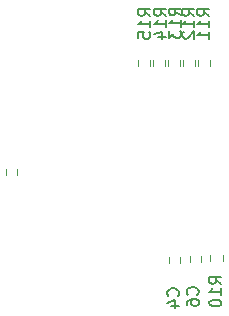
<source format=gbr>
G04 #@! TF.GenerationSoftware,KiCad,Pcbnew,(5.0.2)-1*
G04 #@! TF.CreationDate,2019-06-14T17:16:18-02:30*
G04 #@! TF.ProjectId,arduinoShield,61726475-696e-46f5-9368-69656c642e6b,rev?*
G04 #@! TF.SameCoordinates,Original*
G04 #@! TF.FileFunction,Legend,Bot*
G04 #@! TF.FilePolarity,Positive*
%FSLAX46Y46*%
G04 Gerber Fmt 4.6, Leading zero omitted, Abs format (unit mm)*
G04 Created by KiCad (PCBNEW (5.0.2)-1) date 6/14/2019 5:16:18 PM*
%MOMM*%
%LPD*%
G01*
G04 APERTURE LIST*
%ADD10C,0.120000*%
%ADD11C,0.150000*%
G04 APERTURE END LIST*
D10*
G04 #@! TO.C,C4*
X75490000Y-137728000D02*
X75490000Y-138228000D01*
X74550000Y-138228000D02*
X74550000Y-137728000D01*
G04 #@! TO.C,C6*
X76310000Y-138100000D02*
X76310000Y-137600000D01*
X77250000Y-137600000D02*
X77250000Y-138100000D01*
G04 #@! TO.C,C12*
X60770000Y-130740000D02*
X60770000Y-130240000D01*
X61710000Y-130240000D02*
X61710000Y-130740000D01*
G04 #@! TO.C,R10*
X79100000Y-137570000D02*
X79100000Y-138070000D01*
X78040000Y-138070000D02*
X78040000Y-137570000D01*
G04 #@! TO.C,R11*
X78046000Y-121010000D02*
X78046000Y-121510000D01*
X76986000Y-121510000D02*
X76986000Y-121010000D01*
G04 #@! TO.C,R12*
X75716000Y-121510000D02*
X75716000Y-121010000D01*
X76776000Y-121010000D02*
X76776000Y-121510000D01*
G04 #@! TO.C,R13*
X75520000Y-121010000D02*
X75520000Y-121510000D01*
X74460000Y-121510000D02*
X74460000Y-121010000D01*
G04 #@! TO.C,R14*
X73190000Y-121510000D02*
X73190000Y-121010000D01*
X74250000Y-121010000D02*
X74250000Y-121510000D01*
G04 #@! TO.C,R15*
X72960000Y-121010000D02*
X72960000Y-121510000D01*
X71900000Y-121510000D02*
X71900000Y-121010000D01*
G04 #@! TO.C,C4*
D11*
X75317142Y-141001333D02*
X75364761Y-140953714D01*
X75412380Y-140810857D01*
X75412380Y-140715619D01*
X75364761Y-140572761D01*
X75269523Y-140477523D01*
X75174285Y-140429904D01*
X74983809Y-140382285D01*
X74840952Y-140382285D01*
X74650476Y-140429904D01*
X74555238Y-140477523D01*
X74460000Y-140572761D01*
X74412380Y-140715619D01*
X74412380Y-140810857D01*
X74460000Y-140953714D01*
X74507619Y-141001333D01*
X74745714Y-141858476D02*
X75412380Y-141858476D01*
X74364761Y-141620380D02*
X75079047Y-141382285D01*
X75079047Y-142001333D01*
G04 #@! TO.C,C6*
X76967142Y-140903333D02*
X77014761Y-140855714D01*
X77062380Y-140712857D01*
X77062380Y-140617619D01*
X77014761Y-140474761D01*
X76919523Y-140379523D01*
X76824285Y-140331904D01*
X76633809Y-140284285D01*
X76490952Y-140284285D01*
X76300476Y-140331904D01*
X76205238Y-140379523D01*
X76110000Y-140474761D01*
X76062380Y-140617619D01*
X76062380Y-140712857D01*
X76110000Y-140855714D01*
X76157619Y-140903333D01*
X76062380Y-141760476D02*
X76062380Y-141570000D01*
X76110000Y-141474761D01*
X76157619Y-141427142D01*
X76300476Y-141331904D01*
X76490952Y-141284285D01*
X76871904Y-141284285D01*
X76967142Y-141331904D01*
X77014761Y-141379523D01*
X77062380Y-141474761D01*
X77062380Y-141665238D01*
X77014761Y-141760476D01*
X76967142Y-141808095D01*
X76871904Y-141855714D01*
X76633809Y-141855714D01*
X76538571Y-141808095D01*
X76490952Y-141760476D01*
X76443333Y-141665238D01*
X76443333Y-141474761D01*
X76490952Y-141379523D01*
X76538571Y-141331904D01*
X76633809Y-141284285D01*
G04 #@! TO.C,R10*
X78982380Y-139987142D02*
X78506190Y-139653809D01*
X78982380Y-139415714D02*
X77982380Y-139415714D01*
X77982380Y-139796666D01*
X78030000Y-139891904D01*
X78077619Y-139939523D01*
X78172857Y-139987142D01*
X78315714Y-139987142D01*
X78410952Y-139939523D01*
X78458571Y-139891904D01*
X78506190Y-139796666D01*
X78506190Y-139415714D01*
X78982380Y-140939523D02*
X78982380Y-140368095D01*
X78982380Y-140653809D02*
X77982380Y-140653809D01*
X78125238Y-140558571D01*
X78220476Y-140463333D01*
X78268095Y-140368095D01*
X77982380Y-141558571D02*
X77982380Y-141653809D01*
X78030000Y-141749047D01*
X78077619Y-141796666D01*
X78172857Y-141844285D01*
X78363333Y-141891904D01*
X78601428Y-141891904D01*
X78791904Y-141844285D01*
X78887142Y-141796666D01*
X78934761Y-141749047D01*
X78982380Y-141653809D01*
X78982380Y-141558571D01*
X78934761Y-141463333D01*
X78887142Y-141415714D01*
X78791904Y-141368095D01*
X78601428Y-141320476D01*
X78363333Y-141320476D01*
X78172857Y-141368095D01*
X78077619Y-141415714D01*
X78030000Y-141463333D01*
X77982380Y-141558571D01*
G04 #@! TO.C,R11*
X77968380Y-117315142D02*
X77492190Y-116981809D01*
X77968380Y-116743714D02*
X76968380Y-116743714D01*
X76968380Y-117124666D01*
X77016000Y-117219904D01*
X77063619Y-117267523D01*
X77158857Y-117315142D01*
X77301714Y-117315142D01*
X77396952Y-117267523D01*
X77444571Y-117219904D01*
X77492190Y-117124666D01*
X77492190Y-116743714D01*
X77968380Y-118267523D02*
X77968380Y-117696095D01*
X77968380Y-117981809D02*
X76968380Y-117981809D01*
X77111238Y-117886571D01*
X77206476Y-117791333D01*
X77254095Y-117696095D01*
X77968380Y-119219904D02*
X77968380Y-118648476D01*
X77968380Y-118934190D02*
X76968380Y-118934190D01*
X77111238Y-118838952D01*
X77206476Y-118743714D01*
X77254095Y-118648476D01*
G04 #@! TO.C,R12*
X76698380Y-117317142D02*
X76222190Y-116983809D01*
X76698380Y-116745714D02*
X75698380Y-116745714D01*
X75698380Y-117126666D01*
X75746000Y-117221904D01*
X75793619Y-117269523D01*
X75888857Y-117317142D01*
X76031714Y-117317142D01*
X76126952Y-117269523D01*
X76174571Y-117221904D01*
X76222190Y-117126666D01*
X76222190Y-116745714D01*
X76698380Y-118269523D02*
X76698380Y-117698095D01*
X76698380Y-117983809D02*
X75698380Y-117983809D01*
X75841238Y-117888571D01*
X75936476Y-117793333D01*
X75984095Y-117698095D01*
X75793619Y-118650476D02*
X75746000Y-118698095D01*
X75698380Y-118793333D01*
X75698380Y-119031428D01*
X75746000Y-119126666D01*
X75793619Y-119174285D01*
X75888857Y-119221904D01*
X75984095Y-119221904D01*
X76126952Y-119174285D01*
X76698380Y-118602857D01*
X76698380Y-119221904D01*
G04 #@! TO.C,R13*
X75552380Y-117267142D02*
X75076190Y-116933809D01*
X75552380Y-116695714D02*
X74552380Y-116695714D01*
X74552380Y-117076666D01*
X74600000Y-117171904D01*
X74647619Y-117219523D01*
X74742857Y-117267142D01*
X74885714Y-117267142D01*
X74980952Y-117219523D01*
X75028571Y-117171904D01*
X75076190Y-117076666D01*
X75076190Y-116695714D01*
X75552380Y-118219523D02*
X75552380Y-117648095D01*
X75552380Y-117933809D02*
X74552380Y-117933809D01*
X74695238Y-117838571D01*
X74790476Y-117743333D01*
X74838095Y-117648095D01*
X74552380Y-118552857D02*
X74552380Y-119171904D01*
X74933333Y-118838571D01*
X74933333Y-118981428D01*
X74980952Y-119076666D01*
X75028571Y-119124285D01*
X75123809Y-119171904D01*
X75361904Y-119171904D01*
X75457142Y-119124285D01*
X75504761Y-119076666D01*
X75552380Y-118981428D01*
X75552380Y-118695714D01*
X75504761Y-118600476D01*
X75457142Y-118552857D01*
G04 #@! TO.C,R14*
X74322380Y-117307142D02*
X73846190Y-116973809D01*
X74322380Y-116735714D02*
X73322380Y-116735714D01*
X73322380Y-117116666D01*
X73370000Y-117211904D01*
X73417619Y-117259523D01*
X73512857Y-117307142D01*
X73655714Y-117307142D01*
X73750952Y-117259523D01*
X73798571Y-117211904D01*
X73846190Y-117116666D01*
X73846190Y-116735714D01*
X74322380Y-118259523D02*
X74322380Y-117688095D01*
X74322380Y-117973809D02*
X73322380Y-117973809D01*
X73465238Y-117878571D01*
X73560476Y-117783333D01*
X73608095Y-117688095D01*
X73655714Y-119116666D02*
X74322380Y-119116666D01*
X73274761Y-118878571D02*
X73989047Y-118640476D01*
X73989047Y-119259523D01*
G04 #@! TO.C,R15*
X72962380Y-117317142D02*
X72486190Y-116983809D01*
X72962380Y-116745714D02*
X71962380Y-116745714D01*
X71962380Y-117126666D01*
X72010000Y-117221904D01*
X72057619Y-117269523D01*
X72152857Y-117317142D01*
X72295714Y-117317142D01*
X72390952Y-117269523D01*
X72438571Y-117221904D01*
X72486190Y-117126666D01*
X72486190Y-116745714D01*
X72962380Y-118269523D02*
X72962380Y-117698095D01*
X72962380Y-117983809D02*
X71962380Y-117983809D01*
X72105238Y-117888571D01*
X72200476Y-117793333D01*
X72248095Y-117698095D01*
X71962380Y-119174285D02*
X71962380Y-118698095D01*
X72438571Y-118650476D01*
X72390952Y-118698095D01*
X72343333Y-118793333D01*
X72343333Y-119031428D01*
X72390952Y-119126666D01*
X72438571Y-119174285D01*
X72533809Y-119221904D01*
X72771904Y-119221904D01*
X72867142Y-119174285D01*
X72914761Y-119126666D01*
X72962380Y-119031428D01*
X72962380Y-118793333D01*
X72914761Y-118698095D01*
X72867142Y-118650476D01*
G04 #@! TD*
M02*

</source>
